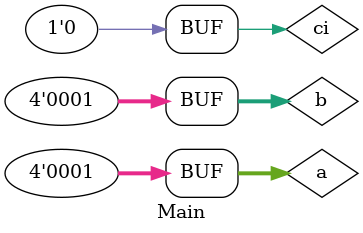
<source format=v>

module subtrador (output s0, output carryOut, 
                  input x,input y, input carryIn);
						
assign s0 = x^y;
assign carryOut = ((~x|y)&carryIn)|(~x&y);

endmodule

module unir(output[4:0] s, input a, input b, input c, input d, input e);
assign s[0] = e;
assign s[1] = d;
assign s[2] = c;
assign s[3] = b;
assign s[4] = a;

endmodule

module Main;

reg [3:0]a, b;
reg ci;
wire s0, s1, s2, s3;
wire co0, co1, co2, co3;
wire[4:0] Sf;

subtrador A(s0, co0, a[0], b[0], ci);
subtrador B(s1, co1, a[1], b[1], co0);
subtrador C(s2, co2, a[2], b[2], co1);
subtrador D(s3, co3, a[3], b[3], co2);

unir T(Sf, co3, s3, s2, s1, s0);

initial begin:start 
a=4'b0000; b=4'b0001;
ci=1'b0;
end

initial begin
$display("Exemplo0034 - Miller - 449048"); 
$display("Decremento de 1");
$display("");
$monitor("%b = %b", a, Sf );

#1	a=4'b0101;
#1	a=4'b1100;
#1	a=4'b0010;
#1	a=4'b1010;
#1	a=4'b0110;
#1	a=4'b0010;
#1	a=4'b1111;
#1	a=4'b0000;
#1	a=4'b0001;

end
endmodule

</source>
